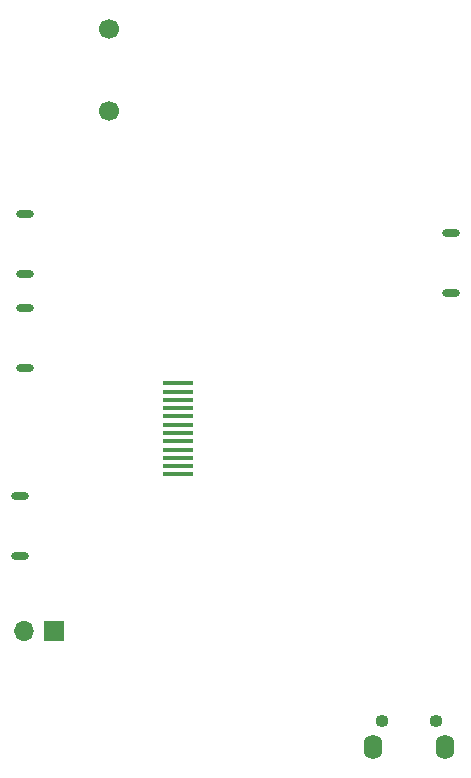
<source format=gbs>
G04 #@! TF.GenerationSoftware,KiCad,Pcbnew,5.1.10-88a1d61d58~88~ubuntu20.04.1*
G04 #@! TF.CreationDate,2021-05-21T15:29:45+02:00*
G04 #@! TF.ProjectId,osw-light-modifiedv3,6f73772d-6c69-4676-9874-2d6d6f646966,rev?*
G04 #@! TF.SameCoordinates,Original*
G04 #@! TF.FileFunction,Soldermask,Bot*
G04 #@! TF.FilePolarity,Negative*
%FSLAX46Y46*%
G04 Gerber Fmt 4.6, Leading zero omitted, Abs format (unit mm)*
G04 Created by KiCad (PCBNEW 5.1.10-88a1d61d58~88~ubuntu20.04.1) date 2021-05-21 15:29:45*
%MOMM*%
%LPD*%
G01*
G04 APERTURE LIST*
%ADD10O,1.100000X1.100000*%
%ADD11O,1.600000X2.100000*%
%ADD12C,1.700000*%
%ADD13O,1.524000X0.600000*%
%ADD14O,1.700000X1.700000*%
%ADD15R,1.700000X1.700000*%
%ADD16R,2.500000X0.350000*%
G04 APERTURE END LIST*
D10*
G04 #@! TO.C,U12*
X152506000Y-102504500D03*
X147934000Y-102504500D03*
D11*
X153268000Y-104727000D03*
X147172000Y-104727000D03*
G04 #@! TD*
D12*
G04 #@! TO.C,J2*
X124880000Y-50890000D03*
X124880000Y-43890000D03*
G04 #@! TD*
D13*
G04 #@! TO.C,SW3*
X153786999Y-61214999D03*
X153786999Y-66294999D03*
G04 #@! TD*
G04 #@! TO.C,SW2*
X117690000Y-64710000D03*
X117690000Y-59630000D03*
G04 #@! TD*
D14*
G04 #@! TO.C,J3*
X117610000Y-94870000D03*
D15*
X120150000Y-94870000D03*
G04 #@! TD*
D13*
G04 #@! TO.C,SW4*
X117323001Y-88515001D03*
X117323001Y-83435001D03*
G04 #@! TD*
D16*
G04 #@! TO.C,U10*
X130680765Y-78133196D03*
X130680765Y-78833196D03*
X130680765Y-79533196D03*
X130680765Y-80233196D03*
X130680765Y-80933196D03*
X130680765Y-81633196D03*
X130680765Y-77433196D03*
X130680765Y-76733196D03*
X130680765Y-76033196D03*
X130680765Y-75333196D03*
X130680765Y-74633196D03*
X130680765Y-73933196D03*
G04 #@! TD*
D13*
G04 #@! TO.C,SW1*
X117730000Y-72670000D03*
X117730000Y-67590000D03*
G04 #@! TD*
M02*

</source>
